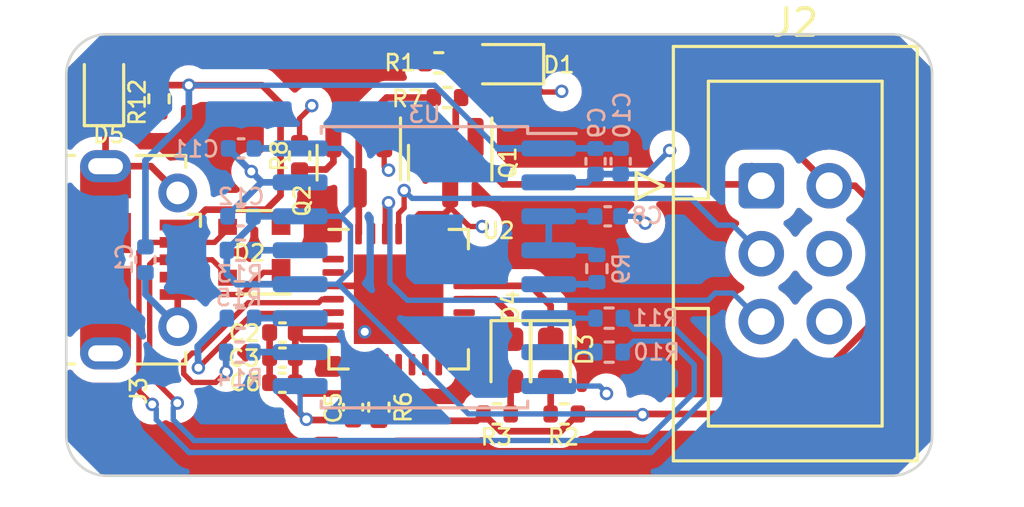
<source format=kicad_pcb>
(kicad_pcb (version 20240108) (generator "pcbnew") (generator_version "8.0")
  (layers (0 "F.Cu" signal) (1 "In1.Cu" signal) (2 "In2.Cu" signal) (31 "B.Cu" signal) (34 "B.Paste" user) (35 "F.Paste" user) (36 "B.SilkS" user "B.Silkscreen") (37 "F.SilkS" user "F.Silkscreen") (38 "B.Mask" user) (39 "F.Mask" user) (44 "Edge.Cuts" user))
  (net 0 "")
  (net 1 "GND")
  (net 2 "VOUT")
  (net 3 "Net-(D1-A)")
  (net 4 "GND_USB")
  (net 5 "VDD1")
  (net 6 "TXT")
  (net 7 "Net-(D3-A)")
  (net 8 "RXT")
  (net 9 "Net-(D4-A)")
  (net 10 "V_USB")
  (net 11 "ESP_EN")
  (net 12 "RXD")
  (net 13 "TXD")
  (net 14 "ESP_IO0_B")
  (net 15 "Net-(Q1-B)")
  (net 16 "RTS")
  (net 17 "Net-(Q2-B)")
  (net 18 "DTR")
  (net 19 "Net-(U2-~{RST})")
  (net 35 "D-")
  (net 36 "D+")
  (net 37 "Net-(D5-A)")
  (net 39 "SPU")
  (net 40 "UD+")
  (net 41 "UD-")
  (net 42 "SPD")
  (net 43 "CP_D+")
  (net 44 "Net-(U3-DD+)")
  (net 45 "CP_D-")
  (net 46 "Net-(U3-DD-)")
  (footprint "Capacitor_SMD:C_0402_1005Metric" (layer "F.Cu") (at 153.5128 103.355 -90)
    (property "Reference" "C5" (at 0.0254 0.7366 90) (layer "F.SilkS") (effects (font (size 0.6 0.6) (thickness 0.1) (bold yes))))
    (property "Value" "4.7uf")
    (pad "1" smd roundrect (at -0.48 0 270) (size 0.56 0.62) (layers "F.Cu" "F.Paste" "F.Mask") (net 2 "VOUT"))
    (pad "2" smd roundrect (at 0.48 0 270) (size 0.56 0.62) (layers "F.Cu" "F.Paste" "F.Mask") (net 1 "GND"))
  )
  (footprint "Capacitor_SMD:C_0402_1005Metric" (layer "F.Cu") (at 150.8712 100.561 180)
    (property "Reference" "C2" (at 1.4224 -0.0254 0) (layer "F.SilkS") (effects (font (size 0.6 0.6) (thickness 0.1) (bold yes))))
    (property "Value" "4.7uf")
    (pad "1" smd roundrect (at -0.48 0 180) (size 0.56 0.62) (layers "F.Cu" "F.Paste" "F.Mask") (net 2 "VOUT"))
    (pad "2" smd roundrect (at 0.48 0 180) (size 0.56 0.62) (layers "F.Cu" "F.Paste" "F.Mask") (net 1 "GND"))
  )
  (footprint "Capacitor_SMD:C_0402_1005Metric" (layer "F.Cu") (at 150.8712 101.5008 180)
    (property "Reference" "C3" (at 1.4478 -0.0254 0) (layer "F.SilkS") (effects (font (size 0.6 0.6) (thickness 0.1) (bold yes))))
    (property "Value" "0.1uf")
    (pad "1" smd roundrect (at -0.48 0 180) (size 0.56 0.62) (layers "F.Cu" "F.Paste" "F.Mask") (net 2 "VOUT"))
    (pad "2" smd roundrect (at 0.48 0 180) (size 0.56 0.62) (layers "F.Cu" "F.Paste" "F.Mask") (net 1 "GND"))
  )
  (footprint "Package_TO_SOT_SMD:SOT-23" (layer "F.Cu") (at 157.145 94.211 -90)
    (property "Reference" "Q1" (at 0 -2.159 90) (layer "F.SilkS") (effects (font (size 0.6 0.6) (thickness 0.1) (bold yes))))
    (property "Value" "SS8050")
    (pad "1" smd roundrect (at -0.9375 -0.95 270) (size 1.475 0.6) (layers "F.Cu" "F.Paste" "F.Mask") (net 11 "ESP_EN"))
    (pad "2" smd roundrect (at -0.9375 0.95 270) (size 1.475 0.6) (layers "F.Cu" "F.Paste" "F.Mask") (net 15 "Net-(Q1-B)"))
    (pad "3" smd roundrect (at 0.9375 0 270) (size 1.475 0.6) (layers "F.Cu" "F.Paste" "F.Mask") (net 16 "RTS"))
  )
  (footprint "Resistor_SMD:R_0402_1005Metric" (layer "F.Cu") (at 156.718 90.4748 180)
    (property "Reference" "R1" (at 1.4478 0 0) (layer "F.SilkS") (effects (font (size 0.6 0.6) (thickness 0.1) (bold yes))))
    (property "Value" "2.2k")
    (pad "1" smd roundrect (at -0.51 0 180) (size 0.54 0.64) (layers "F.Cu" "F.Paste" "F.Mask") (net 3 "Net-(D1-A)"))
    (pad "2" smd roundrect (at 0.51 0 180) (size 0.54 0.64) (layers "F.Cu" "F.Paste" "F.Mask") (net 2 "VOUT"))
  )
  (footprint "Resistor_SMD:R_0402_1005Metric" (layer "F.Cu") (at 157.0434 91.7726)
    (property "Reference" "R7" (at -1.4938 0.0484 0) (layer "F.SilkS") (effects (font (size 0.6 0.6) (thickness 0.1) (bold yes))))
    (property "Value" "10k")
    (pad "1" smd roundrect (at -0.51 0) (size 0.54 0.64) (layers "F.Cu" "F.Paste" "F.Mask") (net 18 "DTR"))
    (pad "2" smd roundrect (at 0.51 0) (size 0.54 0.64) (layers "F.Cu" "F.Paste" "F.Mask") (net 15 "Net-(Q1-B)"))
  )
  (footprint "LED_SMD:LED_0603_1608Metric" (layer "F.Cu") (at 160.9042 101.6024 -90)
    (property "Reference" "D3" (at -0.4064 -1.27 90) (layer "F.SilkS") (effects (font (size 0.6 0.6) (thickness 0.1) (bold yes))))
    (property "Value" "LED")
    (pad "1" smd roundrect (at -0.7875 0 270) (size 0.875 0.95) (layers "F.Cu" "F.Paste" "F.Mask") (net 6 "TXT"))
    (pad "2" smd roundrect (at 0.7875 0 270) (size 0.875 0.95) (layers "F.Cu" "F.Paste" "F.Mask") (net 7 "Net-(D3-A)"))
  )
  (footprint "Capacitor_SMD:C_0402_1005Metric" (layer "F.Cu") (at 150.8686 102.4406 180)
    (property "Reference" "C6" (at 1.397 0 0) (layer "F.SilkS") (effects (font (size 0.6 0.6) (thickness 0.1) (bold yes))))
    (property "Value" "0.1uf")
    (pad "1" smd roundrect (at -0.48 0 180) (size 0.56 0.62) (layers "F.Cu" "F.Paste" "F.Mask") (net 2 "VOUT"))
    (pad "2" smd roundrect (at 0.48 0 180) (size 0.56 0.62) (layers "F.Cu" "F.Paste" "F.Mask") (net 1 "GND"))
  )
  (footprint "Resistor_SMD:R_0402_1005Metric" (layer "F.Cu") (at 151.511 93.9546 -90)
    (property "Reference" "R8" (at 0 0.762 90) (layer "F.SilkS") (effects (font (size 0.6 0.6) (thickness 0.1) (bold yes))))
    (property "Value" "10k")
    (pad "1" smd roundrect (at -0.51 0 270) (size 0.54 0.64) (layers "F.Cu" "F.Paste" "F.Mask") (net 16 "RTS"))
    (pad "2" smd roundrect (at 0.51 0 270) (size 0.54 0.64) (layers "F.Cu" "F.Paste" "F.Mask") (net 17 "Net-(Q2-B)"))
  )
  (footprint "Package_DFN_QFN:QFN-28-1EP_5x5mm_P0.5mm_EP3.35x3.35mm" (layer "F.Cu") (at 155.217 99.3164)
    (property "Reference" "U2" (at 3.7362 -2.5678 0) (layer "F.SilkS") (effects (font (size 0.6 0.6) (thickness 0.1) (bold yes))))
    (property "Value" "CP2102N-Axx-xQFN28")
    (pad "1" smd roundrect (at -2.45 -1.5) (size 0.8 0.25) (layers "F.Cu" "F.Paste" "F.Mask"))
    (pad "2" smd roundrect (at -2.45 -1) (size 0.8 0.25) (layers "F.Cu" "F.Paste" "F.Mask"))
    (pad "3" smd roundrect (at -2.45 -0.5) (size 0.8 0.25) (layers "F.Cu" "F.Paste" "F.Mask") (net 1 "GND"))
    (pad "4" smd roundrect (at -2.45 0) (size 0.8 0.25) (layers "F.Cu" "F.Paste" "F.Mask") (net 43 "CP_D+"))
    (pad "5" smd roundrect (at -2.45 0.5) (size 0.8 0.25) (layers "F.Cu" "F.Paste" "F.Mask") (net 45 "CP_D-"))
    (pad "6" smd roundrect (at -2.45 1) (size 0.8 0.25) (layers "F.Cu" "F.Paste" "F.Mask") (net 2 "VOUT"))
    (pad "7" smd roundrect (at -2.45 1.5) (size 0.8 0.25) (layers "F.Cu" "F.Paste" "F.Mask") (net 2 "VOUT"))
    (pad "8" smd roundrect (at -1.5 2.45) (size 0.25 0.8) (layers "F.Cu" "F.Paste" "F.Mask") (net 2 "VOUT"))
    (pad "9" smd roundrect (at -1 2.45) (size 0.25 0.8) (layers "F.Cu" "F.Paste" "F.Mask") (net 19 "Net-(U2-~{RST})"))
    (pad "10" smd roundrect (at -0.5 2.45) (size 0.25 0.8) (layers "F.Cu" "F.Paste" "F.Mask"))
    (pad "11" smd roundrect (at 0 2.45) (size 0.25 0.8) (layers "F.Cu" "F.Paste" "F.Mask"))
    (pad "12" smd roundrect (at 0.5 2.45) (size 0.25 0.8) (layers "F.Cu" "F.Paste" "F.Mask"))
    (pad "13" smd roundrect (at 1 2.45) (size 0.25 0.8) (layers "F.Cu" "F.Paste" "F.Mask"))
    (pad "14" smd roundrect (at 1.5 2.45) (size 0.25 0.8) (layers "F.Cu" "F.Paste" "F.Mask"))
    (pad "15" smd roundrect (at 2.45 1.5) (size 0.8 0.25) (layers "F.Cu" "F.Paste" "F.Mask"))
    (pad "16" smd roundrect (at 2.45 1) (size 0.8 0.25) (layers "F.Cu" "F.Paste" "F.Mask"))
    (pad "17" smd roundrect (at 2.45 0.5) (size 0.8 0.25) (layers "F.Cu" "F.Paste" "F.Mask"))
    (pad "18" smd roundrect (at 2.45 0) (size 0.8 0.25) (layers "F.Cu" "F.Paste" "F.Mask") (net 8 "RXT"))
    (pad "19" smd roundrect (at 2.45 -0.5) (size 0.8 0.25) (layers "F.Cu" "F.Paste" "F.Mask") (net 6 "TXT"))
    (pad "20" smd roundrect (at 2.45 -1) (size 0.8 0.25) (layers "F.Cu" "F.Paste" "F.Mask"))
    (pad "21" smd roundrect (at 2.45 -1.5) (size 0.8 0.25) (layers "F.Cu" "F.Paste" "F.Mask"))
    (pad "22" smd roundrect (at 1.5 -2.45) (size 0.25 0.8) (layers "F.Cu" "F.Paste" "F.Mask"))
    (pad "23" smd roundrect (at 1 -2.45) (size 0.25 0.8) (layers "F.Cu" "F.Paste" "F.Mask"))
    (pad "24" smd roundrect (at 0.5 -2.45) (size 0.25 0.8) (layers "F.Cu" "F.Paste" "F.Mask") (net 16 "RTS"))
    (pad "25" smd roundrect (at 0 -2.45) (size 0.25 0.8) (layers "F.Cu" "F.Paste" "F.Mask") (net 12 "RXD"))
    (pad "26" smd roundrect (at -0.5 -2.45) (size 0.25 0.8) (layers "F.Cu" "F.Paste" "F.Mask") (net 13 "TXD"))
    (pad "27" smd roundrect (at -1 -2.45) (size 0.25 0.8) (layers "F.Cu" "F.Paste" "F.Mask"))
    (pad "28" smd roundrect (at -1.5 -2.45) (size 0.25 0.8) (layers "F.Cu" "F.Paste" "F.Mask") (net 18 "DTR"))
    (pad "29" smd rect (at 0 0) (size 3.35 3.35) (layers "F.Cu" "F.Mask") (net 1 "GND"))
  )
  (footprint "Resistor_SMD:R_0402_1005Metric" (layer "F.Cu") (at 154.478 103.355 90)
    (property "Reference" "R6" (at 0 0.9144 90) (layer "F.SilkS") (effects (font (size 0.6 0.6) (thickness 0.1) (bold yes))))
    (property "Value" "1K")
    (pad "1" smd roundrect (at -0.51 0 90) (size 0.54 0.64) (layers "F.Cu" "F.Paste" "F.Mask") (net 2 "VOUT"))
    (pad "2" smd roundrect (at 0.51 0 90) (size 0.54 0.64) (layers "F.Cu" "F.Paste" "F.Mask") (net 19 "Net-(U2-~{RST})"))
  )
  (footprint "LED_SMD:LED_0603_1608Metric" (layer "F.Cu") (at 159.1564 90.5256 180)
    (property "Reference" "D1" (at -2.0574 -0.0254 0) (layer "F.SilkS") (effects (font (size 0.6 0.6) (thickness 0.1) (bold yes))))
    (property "Value" "LED")
    (pad "1" smd roundrect (at -0.7875 0 180) (size 0.875 0.95) (layers "F.Cu" "F.Paste" "F.Mask") (net 1 "GND"))
    (pad "2" smd roundrect (at 0.7875 0 180) (size 0.875 0.95) (layers "F.Cu" "F.Paste" "F.Mask") (net 3 "Net-(D1-A)"))
  )
  (footprint "Resistor_SMD:R_0402_1005Metric" (layer "F.Cu") (at 158.8996 103.609 180)
    (property "Reference" "R3" (at 0.0274 -0.8636 0) (layer "F.SilkS") (effects (font (size 0.6 0.6) (thickness 0.1) (bold yes))))
    (property "Value" "2.2k")
    (pad "1" smd roundrect (at -0.51 0 180) (size 0.54 0.64) (layers "F.Cu" "F.Paste" "F.Mask") (net 9 "Net-(D4-A)"))
    (pad "2" smd roundrect (at 0.51 0 180) (size 0.54 0.64) (layers "F.Cu" "F.Paste" "F.Mask") (net 2 "VOUT"))
  )
  (footprint "Package_TO_SOT_SMD:SOT-143" (layer "F.Cu") (at 149.8186 97.5614 180)
    (property "Reference" "D2" (at 0.1778 -0.0254 0) (layer "F.SilkS") (effects (font (size 0.6 0.6) (thickness 0.1) (bold yes))))
    (property "Value" "SP0503BAHT")
    (pad "1" smd rect (at -1 -0.75 180) (size 0.7 1) (layers "F.Cu" "F.Paste" "F.Mask") (net 4 "GND_USB"))
    (pad "2" smd rect (at -1 0.95 180) (size 0.7 0.6) (layers "F.Cu" "F.Paste" "F.Mask") (net 10 "V_USB"))
    (pad "3" smd rect (at 1 0.95 180) (size 0.7 0.6) (layers "F.Cu" "F.Paste" "F.Mask") (net 35 "D-"))
    (pad "4" smd rect (at 1 -0.95 180) (size 0.7 0.6) (layers "F.Cu" "F.Paste" "F.Mask") (net 36 "D+"))
  )
  (footprint "Connector_IDC:IDC-Header_2x03_P2.54mm_Vertical" (layer "F.Cu") (at 168.783 95.0722)
    (property "Reference" "J2" (at 1.27 -6.1 0) (layer "F.SilkS"))
    (property "Value" "Conn_02x03_Odd_Even")
    (pad "1" thru_hole roundrect (at 0 0) (size 1.7 1.7) (drill 1) (layers "*.Cu" "*.Mask") (roundrect_rratio 0.1470588235) (net 11 "ESP_EN"))
    (pad "2" thru_hole circle (at 2.54 0) (size 1.7 1.7) (drill 1) (layers "*.Cu" "*.Mask") (net 2 "VOUT"))
    (pad "3" thru_hole circle (at 0 2.54) (size 1.7 1.7) (drill 1) (layers "*.Cu" "*.Mask") (net 12 "RXD"))
    (pad "4" thru_hole circle (at 2.54 2.54) (size 1.7 1.7) (drill 1) (layers "*.Cu" "*.Mask") (net 1 "GND"))
    (pad "5" thru_hole circle (at 0 5.08) (size 1.7 1.7) (drill 1) (layers "*.Cu" "*.Mask") (net 13 "TXD"))
    (pad "6" thru_hole circle (at 2.54 5.08) (size 1.7 1.7) (drill 1) (layers "*.Cu" "*.Mask") (net 14 "ESP_IO0_B"))
  )
  (footprint "Resistor_SMD:R_0402_1005Metric" (layer "F.Cu") (at 146.2532 91.819 -90)
    (property "Reference" "R12" (at 0.131 0.8128 90) (layer "F.SilkS") (effects (font (size 0.6 0.6) (thickness 0.1) (bold yes))))
    (property "Value" "2.2k")
    (pad "1" smd roundrect (at -0.51 0 270) (size 0.54 0.64) (layers "F.Cu" "F.Paste" "F.Mask") (net 10 "V_USB"))
    (pad "2" smd roundrect (at 0.51 0 270) (size 0.54 0.64) (layers "F.Cu" "F.Paste" "F.Mask") (net 37 "Net-(D5-A)"))
  )
  (footprint "LED_SMD:LED_0603_1608Metric" (layer "F.Cu") (at 159.4056 101.6024 -90)
    (property "Reference" "D4" (at -2.032 0 90) (layer "F.SilkS") (effects (font (size 0.6 0.6) (thickness 0.1) (bold yes))))
    (property "Value" "LED")
    (pad "1" smd roundrect (at -0.7875 0 270) (size 0.875 0.95) (layers "F.Cu" "F.Paste" "F.Mask") (net 8 "RXT"))
    (pad "2" smd roundrect (at 0.7875 0 270) (size 0.875 0.95) (layers "F.Cu" "F.Paste" "F.Mask") (net 9 "Net-(D4-A)"))
  )
  (footprint "LED_SMD:LED_0603_1608Metric" (layer "F.Cu") (at 144.1958 91.3383 90)
    (property "Reference" "D5" (at -1.8288 0.1778 0) (layer "F.SilkS") (effects (font (size 0.6 0.6) (thickness 0.1) (bold yes))))
    (property "Value" "LED")
    (pad "1" smd roundrect (at -0.7875 0 90) (size 0.875 0.95) (layers "F.Cu" "F.Paste" "F.Mask") (net 4 "GND_USB"))
    (pad "2" smd roundrect (at 0.7875 0 90) (size 0.875 0.95) (layers "F.Cu" "F.Paste" "F.Mask") (net 37 "Net-(D5-A)"))
  )
  (footprint "Package_TO_SOT_SMD:SOT-23" (layer "F.Cu") (at 153.7262 94.2087 -90)
    (property "Reference" "Q2" (at 1.4247 2.1184 90) (layer "F.SilkS") (effects (font (size 0.6 0.6) (thickness 0.1) (bold yes))))
    (property "Value" "SS8050")
    (pad "1" smd roundrect (at -0.9375 -0.95 270) (size 1.475 0.6) (layers "F.Cu" "F.Paste" "F.Mask") (net 14 "ESP_IO0_B"))
    (pad "2" smd roundrect (at -0.9375 0.95 270) (size 1.475 0.6) (layers "F.Cu" "F.Paste" "F.Mask") (net 17 "Net-(Q2-B)"))
    (pad "3" smd roundrect (at 0.9375 0 270) (size 1.475 0.6) (layers "F.Cu" "F.Paste" "F.Mask") (net 18 "DTR"))
  )
  (footprint "Connector_USB:USB_Micro-B_Molex-105017-0001" (layer "F.Cu") (at 145.4912 97.8408 -90)
    (property "Reference" "J3" (at 4.9022 0 90) (layer "F.SilkS") (effects (font (size 0.6 0.6) (thickness 0.1) (bold yes))))
    (property "Value" "USB_B_Micro")
    (pad "1" smd rect (at -1.3 -1.4625 270) (size 0.4 1.35) (layers "F.Cu" "F.Paste" "F.Mask") (net 10 "V_USB"))
    (pad "2" smd rect (at -0.65 -1.4625 270) (size 0.4 1.35) (layers "F.Cu" "F.Paste" "F.Mask") (net 35 "D-"))
    (pad "3" smd rect (at 0 -1.4625 270) (size 0.4 1.35) (layers "F.Cu" "F.Paste" "F.Mask") (net 36 "D+"))
    (pad "4" smd rect (at 0.65 -1.4625 270) (size 0.4 1.35) (layers "F.Cu" "F.Paste" "F.Mask"))
    (pad "5" smd rect (at 1.3 -1.4625 270) (size 0.4 1.35) (layers "F.Cu" "F.Paste" "F.Mask") (net 4 "GND_USB"))
    (pad "6" thru_hole oval (at -3.5 1.2375 90) (size 1.2 1.9) (drill oval 0.6 1.3) (layers "*.Cu" "*.Mask") (net 4 "GND_USB"))
    (pad "6" smd rect (at -2.9 1.2375 270) (size 1.2 1.9) (layers "F.Cu" "F.Mask") (net 4 "GND_USB"))
    (pad "6" thru_hole circle (at -2.5 -1.4625 270) (size 1.45 1.45) (drill 0.85) (layers "*.Cu" "*.Mask") (net 4 "GND_USB"))
    (pad "6" smd rect (at -1 1.2375 270) (size 1.5 1.9) (layers "F.Cu" "F.Paste" "F.Mask") (net 4 "GND_USB"))
    (pad "6" smd rect (at 1 1.2375 270) (size 1.5 1.9) (layers "F.Cu" "F.Paste" "F.Mask") (net 4 "GND_USB"))
    (pad "6" thru_hole circle (at 2.5 -1.4625 270) (size 1.45 1.45) (drill 0.85) (layers "*.Cu" "*.Mask") (net 4 "GND_USB"))
    (pad "6" smd rect (at 2.9 1.2375 270) (size 1.2 1.9) (layers "F.Cu" "F.Mask") (net 4 "GND_USB"))
    (pad "6" thru_hole oval (at 3.5 1.2375 270) (size 1.2 1.9) (drill oval 0.6 1.3) (layers "*.Cu" "*.Mask") (net 4 "GND_USB"))
  )
  (footprint "Resistor_SMD:R_0402_1005Metric" (layer "F.Cu") (at 161.4122 103.609)
    (property "Reference" "R2" (at -0.0254 0.8636 0) (layer "F.SilkS") (effects (font (size 0.6 0.6) (thickness 0.1) (bold yes))))
    (property "Value" "2.2k")
    (pad "1" smd roundrect (at -0.51 0) (size 0.54 0.64) (layers "F.Cu" "F.Paste" "F.Mask") (net 7 "Net-(D3-A)"))
    (pad "2" smd roundrect (at 0.51 0) (size 0.54 0.64) (layers "F.Cu" "F.Paste" "F.Mask") (net 2 "VOUT"))
  )
  (footprint "Resistor_SMD:R_0402_1005Metric" (layer "B.Cu") (at 163.0898 100.0252)
    (property "Reference" "R11" (at 1.7272 0 0) (layer "B.SilkS") (effects (font (size 0.6 0.6) (thickness 0.1) (bold yes)) (justify mirror)))
    (property "Value" "24E")
    (pad "1" smd roundrect (at -0.51 0) (size 0.54 0.64) (layers "B.Cu" "B.Paste" "B.Mask") (net 41 "UD-"))
    (pad "2" smd roundrect (at 0.51 0) (size 0.54 0.64) (layers "B.Cu" "B.Paste" "B.Mask") (net 35 "D-"))
  )
  (footprint "Capacitor_SMD:C_0402_1005Metric" (layer "B.Cu") (at 163.5216 94.1552 90)
    (property "Reference" "C10" (at 1.7246 0.0508 -90) (layer "B.SilkS") (effects (font (size 0.6 0.6) (thickness 0.1) (bold yes)) (justify mirror)))
    (property "Value" "10uf")
    (pad "1" smd roundrect (at -0.48 0 90) (size 0.56 0.62) (layers "B.Cu" "B.Paste" "B.Mask") (net 4 "GND_USB"))
    (pad "2" smd roundrect (at 0.48 0 90) (size 0.56 0.62) (layers "B.Cu" "B.Paste" "B.Mask") (net 10 "V_USB"))
  )
  (footprint "Capacitor_SMD:C_0402_1005Metric" (layer "B.Cu") (at 149.3012 96.2152 180)
    (property "Reference" "C12" (at -0.0254 0.7366 0) (layer "B.SilkS") (effects (font (size 0.6 0.6) (thickness 0.1) (bold yes)) (justify mirror)))
    (property "Value" "0.1uf")
    (pad "1" smd roundrect (at -0.48 0 180) (size 0.56 0.62) (layers "B.Cu" "B.Paste" "B.Mask") (net 2 "VOUT"))
    (pad "2" smd roundrect (at 0.48 0 180) (size 0.56 0.62) (layers "B.Cu" "B.Paste" "B.Mask") (net 1 "GND"))
  )
  (footprint "Capacitor_SMD:C_0402_1005Metric" (layer "B.Cu") (at 163.039 96.2152)
    (property "Reference" "C8" (at 1.4732 -0.0254 0) (layer "B.SilkS") (effects (font (size 0.6 0.6) (thickness 0.1) (bold yes)) (justify mirror)))
    (property "Value" "0.1uf")
    (pad "1" smd roundrect (at -0.48 0) (size 0.56 0.62) (layers "B.Cu" "B.Paste" "B.Mask") (net 5 "VDD1"))
    (pad "2" smd roundrect (at 0.48 0) (size 0.56 0.62) (layers "B.Cu" "B.Paste" "B.Mask") (net 4 "GND_USB"))
  )
  (footprint "Capacitor_SMD:C_0402_1005Metric" (layer "B.Cu") (at 162.5818 94.1578 90)
    (property "Reference" "C9" (at 1.4478 0.0508 90) (layer "B.SilkS") (effects (font (size 0.6 0.6) (thickness 0.1) (bold yes)) (justify mirror)))
    (property "Value" "0.1uf")
    (pad "1" smd roundrect (at -0.48 0 90) (size 0.56 0.62) (layers "B.Cu" "B.Paste" "B.Mask") (net 4 "GND_USB"))
    (pad "2" smd roundrect (at 0.48 0 90) (size 0.56 0.62) (layers "B.Cu" "B.Paste" "B.Mask") (net 10 "V_USB"))
  )
  (footprint "Capacitor_SMD:C_0402_1005Metric" (layer "B.Cu") (at 145.7452 97.8408 -90)
    (property "Reference" "C1" (at -0.0254 0.7874 90) (layer "B.SilkS") (effects (font (size 0.6 0.6) (thickness 0.1) (bold yes)) (justify mirror)))
    (property "Value" "0.1uf")
    (pad "1" smd roundrect (at -0.48 0 270) (size 0.56 0.62) (layers "B.Cu" "B.Paste" "B.Mask") (net 10 "V_USB"))
    (pad "2" smd roundrect (at 0.48 0 270) (size 0.56 0.62) (layers "B.Cu" "B.Paste" "B.Mask") (net 4 "GND_USB"))
  )
  (footprint "Capacitor_SMD:C_0402_1005Metric" (layer "B.Cu") (at 149.3256 93.6752 180)
    (property "Reference" "C11" (at 1.7018 -0.0254 0) (layer "B.SilkS") (effects (font (size 0.6 0.6) (thickness 0.1) (bold yes)) (justify mirror)))
    (property "Value" "0.1uf")
    (pad "1" smd roundrect (at -0.48 0 180) (size 0.56 0.62) (layers "B.Cu" "B.Paste" "B.Mask") (net 2 "VOUT"))
    (pad "2" smd roundrect (at 0.48 0 180) (size 0.56 0.62) (layers "B.Cu" "B.Paste" "B.Mask") (net 1 "GND"))
  )
  (footprint "Resistor_SMD:R_0402_1005Metric" (layer "B.Cu") (at 162.6326 98.171 -90)
    (property "Reference" "R9" (at 0 -0.9144 90) (layer "B.SilkS") (effects (font (size 0.6 0.6) (thickness 0.1) (bold yes)) (justify mirror)))
    (property "Value" "0R")
    (pad "1" smd roundrect (at -0.51 0 270) (size 0.54 0.64) (layers "B.Cu" "B.Paste" "B.Mask") (net 5 "VDD1"))
    (pad "2" smd roundrect (at 0.51 0 270) (size 0.54 0.64) (layers "B.Cu" "B.Paste" "B.Mask") (net 39 "SPU"))
  )
  (footprint "Package_SO:SOIC-16W_7.5x10.3mm_P1.27mm" (layer "B.Cu") (at 156.1828 98.1202 180)
    (property "Reference" "U3" (at -0.0018 5.715 0) (layer "B.SilkS") (effects (font (size 0.6 0.6) (thickness 0.1) (bold yes)) (justify mirror)))
    (property "Value" "ADUM4160")
    (pad "1" smd roundrect (at -4.65 4.445 180) (size 2.05 0.6) (layers "B.Cu" "B.Paste" "B.Mask") (net 10 "V_USB"))
    (pad "2" smd roundrect (at -4.65 3.175 180) (size 2.05 0.6) (layers "B.Cu" "B.Paste" "B.Mask") (net 4 "GND_USB"))
    (pad "3" smd roundrect (at -4.65 1.905 180) (size 2.05 0.6) (layers "B.Cu" "B.Paste" "B.Mask") (net 5 "VDD1"))
    (pad "4" smd roundrect (at -4.65 0.635 180) (size 2.05 0.6) (layers "B.Cu" "B.Paste" "B.Mask") (net 5 "VDD1"))
    (pad "5" smd roundrect (at -4.65 -0.635 180) (size 2.05 0.6) (layers "B.Cu" "B.Paste" "B.Mask") (net 39 "SPU"))
    (pad "6" smd roundrect (at -4.65 -1.905 180) (size 2.05 0.6) (layers "B.Cu" "B.Paste" "B.Mask") (net 41 "UD-"))
    (pad "7" smd roundrect (at -4.65 -3.175 180) (size 2.05 0.6) (layers "B.Cu" "B.Paste" "B.Mask") (net 40 "UD+"))
    (pad "8" smd roundrect (at -4.65 -4.445 180) (size 2.05 0.6) (layers "B.Cu" "B.Paste" "B.Mask") (net 4 "GND_USB"))
    (pad "9" smd roundrect (at 4.65 -4.445 180) (size 2.05 0.6) (layers "B.Cu" "B.Paste" "B.Mask") (net 1 "GND"))
    (pad "10" smd roundrect (at 4.65 -3.175 180) (size 2.05 0.6) (layers "B.Cu" "B.Paste" "B.Mask") (net 44 "Net-(U3-DD+)"))
    (pad "11" smd roundrect (at 4.65 -1.905 180) (size 2.05 0.6) (layers "B.Cu" "B.Paste" "B.Mask") (net 46 "Net-(U3-DD-)"))
    (pad "12" smd roundrect (at 4.65 -0.635 180) (size 2.05 0.6) (layers "B.Cu" "B.Paste" "B.Mask") (net 2 "VOUT"))
    (pad "13" smd roundrect (at 4.65 0.635 180) (size 2.05 0.6) (layers "B.Cu" "B.Paste" "B.Mask") (net 42 "SPD"))
    (pad "14" smd roundrect (at 4.65 1.905 180) (size 2.05 0.6) (layers "B.Cu" "B.Paste" "B.Mask") (net 2 "VOUT"))
    (pad "15" smd roundrect (at 4.65 3.175 180) (size 2.05 0.6) (layers "B.Cu" "B.Paste" "B.Mask") (net 1 "GND"))
    (pad "16" smd roundrect (at 4.65 4.445 180) (size 2.05 0.6) (layers "B.Cu" "B.Paste" "B.Mask") (net 2 "VOUT"))
  )
  (footprint "Resistor_SMD:R_0402_1005Metric" (layer "B.Cu") (at 163.0898 101.2952)
    (property "Reference" "R10" (at 1.778 0 0) (layer "B.SilkS") (effects (font (size 0.6 0.6) (thickness 0.1) (bold yes)) (justify mirror)))
    (property "Value" "24E")
    (pad "1" smd roundrect (at -0.51 0) (size 0.54 0.64) (layers "B.Cu" "B.Paste" "B.Mask") (net 40 "UD+"))
    (pad "2" smd roundrect (at 0.51 0) (size 0.54 0.64) (layers "B.Cu" "B.Paste" "B.Mask") (net 36 "D+"))
  )
  (footprint "Resistor_SMD:R_0402_1005Metric" (layer "B.Cu") (at 149.2742 101.2952)
    (property "Reference" "R14" (at 0 0.9652 0) (layer "B.SilkS") (effects (font (size 0.6 0.6) (thickness 0.1) (bold yes)) (justify mirror)))
    (property "Value" "24E")
    (pad "1" smd roundrect (at -0.51 0) (size 0.54 0.64) (layers "B.Cu" "B.Paste" "B.Mask") (net 43 "CP_D+"))
    (pad "2" smd roundrect (at 0.51 0) (size 0.54 0.64) (layers "B.Cu" "B.Paste" "B.Mask") (net 44 "Net-(U3-DD+)"))
  )
  (footprint "Resistor_SMD:R_0402_1005Metric" (layer "B.Cu") (at 149.2996 100.0252)
    (property "Reference" "R15" (at -0.0492 -0.762 0) (layer "B.SilkS") (effects (font (size 0.6 0.6) (thickness 0.1) (bold yes)) (justify mirror)))
    (property "Value" "24E")
    (pad "1" smd roundrect (at -0.51 0) (size 0.54 0.64) (layers "B.Cu" "B.Paste" "B.Mask") (net 45 "CP_D-"))
    (pad "2" smd roundrect (at 0.51 0) (size 0.54 0.64) (layers "B.Cu" "B.Paste" "B.Mask") (net 46 "Net-(U3-DD-)"))
  )
  (footprint "Resistor_SMD:R_0402_1005Metric" (layer "B.Cu") (at 149.3012 97.4852)
    (property "Reference" "R13" (at -0.0254 0.889 0) (layer "B.SilkS") (effects (font (size 0.6 0.6) (thickness 0.1) (bold yes)) (justify mirror)))
    (property "Value" "0R")
    (pad "1" smd roundrect (at -0.51 0) (size 0.54 0.64) (layers "B.Cu" "B.Paste" "B.Mask") (net 2 "VOUT"))
    (pad "2" smd roundrect (at 0.51 0) (size 0.54 0.64) (layers "B.Cu" "B.Paste" "B.Mask") (net 42 "SPD"))
  )
  (gr_arc (start 175.172969 104.394) (mid 174.726598 105.47162) (end 173.648969 105.918) (stroke (width 0.1)) (layer "Edge.Cuts"))
  (gr_arc (start 144.308231 105.918) (mid 143.23058 105.471642) (end 142.784231 104.394) (stroke (width 0.1)) (layer "Edge.Cuts"))
  (gr_line (start 142.784231 104.394) (end 142.784231 90.932) (stroke (width 0.1)) (layer "Edge.Cuts"))
  (gr_line (start 145.7706 89.408) (end 144.308231 89.408) (stroke (width 0.1)) (layer "Edge.Cuts"))
  (gr_line (start 175.172969 90.932) (end 175.172969 104.394) (stroke (width 0.1)) (layer "Edge.Cuts"))
  (gr_arc (start 142.784231 90.932) (mid 143.230602 89.85438) (end 144.308231 89.408) (stroke (width 0.1)) (layer "Edge.Cuts"))
  (gr_line (start 144.308231 105.918) (end 173.648969 105.918) (stroke (width 0.1)) (layer "Edge.Cuts"))
  (gr_arc (start 173.648969 89.408) (mid 174.72662 89.854358) (end 175.172969 90.932) (stroke (width 0.1)) (layer "Edge.Cuts"))
  (gr_line (start 173.648969 89.408) (end 145.7706 89.408) (stroke (width 0.1)) (layer "Edge.Cuts"))
  (segment (start 161.29 91.567) (end 161.3154 91.5416) (width 0.2) (layer "F.Cu") (net 1))
  (segment (start 152.767 98.8164) (end 154.717 98.8164) (width 0.25) (layer "F.Cu") (net 1))
  (segment (start 151.765 103.8098) (end 151.765 103.824609) (width 0.25) (layer "F.Cu") (net 1))
  (segment (start 150.3886 102.448209) (end 151.750191 103.8098) (width 0.25) (layer "F.Cu") (net 1))
  (segment (start 160.5788 91.567) (end 161.29 91.567) (width 0.2) (layer "F.Cu") (net 1))
  (segment (start 151.775391 103.835) (end 153.5128 103.835) (width 0.25) (layer "F.Cu") (net 1))
  (segment (start 150.3912 102.438) (end 150.3886 102.4406) (width 0.25) (layer "F.Cu") (net 1))
  (segment (start 151.765 103.824609) (end 151.775391 103.835) (width 0.25) (layer "F.Cu") (net 1))
  (segment (start 159.9439 90.9321) (end 160.5026 91.4908) (width 0.2) (layer "F.Cu") (net 1))
  (segment (start 161.3408 91.567) (end 161.3916 91.567) (width 0.2) (layer "F.Cu") (net 1))
  (segment (start 159.9439 90.5256) (end 159.9439 90.9321) (width 0.2) (layer "F.Cu") (net 1))
  (segment (start 151.750191 103.8098) (end 151.765 103.8098) (width 0.25) (layer "F.Cu") (net 1))
  (segment (start 150.3886 102.4406) (end 150.3886 102.448209) (width 0.25) (layer "F.Cu") (net 1))
  (segment (start 160.5026 91.4908) (end 160.5788 91.567) (width 0.2) (layer "F.Cu") (net 1))
  (segment (start 161.3154 91.5416) (end 161.3408 91.567) (width 0.2) (layer "F.Cu") (net 1))
  (segment (start 154.717 98.8164) (end 155.217 99.3164) (width 0.25) (layer "F.Cu") (net 1))
  (segment (start 150.3912 100.561) (end 150.3912 102.438) (width 0.25) (layer "F.Cu") (net 1))
  (via (at 161.3154 91.5416) (size 0.5) (drill 0.3) (layers "F.Cu" "B.Cu") (net 1))
  (via (at 153.9494 100.5332) (size 0.5) (drill 0.3) (layers "F.Cu" "B.Cu") (net 1))
  (via (at 149.7076 94.5388) (size 0.5) (drill 0.3) (layers "F.Cu" "B.Cu") (net 1))
  (via (at 151.765 103.8098) (size 0.5) (drill 0.3) (layers "F.Cu" "B.Cu") (net 1))
  (segment (start 149.7076 94.5388) (end 149.701591 94.5388) (width 0.25) (layer "B.Cu") (net 1))
  (segment (start 150.107991 94.9452) (end 150.083591 94.9452) (width 0.25) (layer "B.Cu") (net 1))
  (segment (start 151.5328 94.9452) (end 150.107991 94.9452) (width 0.25) (layer "B.Cu") (net 1))
  (segment (start 149.701591 94.5388) (end 148.8456 93.682809) (width 0.25) (layer "B.Cu") (net 1))
  (segment (start 150.083591 94.9452) (end 148.8212 96.207591) (width 0.25) (layer "B.Cu") (net 1))
  (segment (start 148.8456 93.682809) (end 148.8456 93.6752) (width 0.25) (layer "B.Cu") (net 1))
  (segment (start 151.5328 103.5776) (end 151.765 103.8098) (width 0.2) (layer "B.Cu") (net 1))
  (segment (start 148.8212 96.207591) (end 148.8212 96.2152) (width 0.25) (layer "B.Cu") (net 1))
  (segment (start 150.107991 94.9452) (end 149.7076 94.544809) (width 0.25) (layer "B.Cu") (net 1))
  (segment (start 151.5328 102.5652) (end 151.5328 103.5776) (width 0.2) (layer "B.Cu") (net 1))
  (segment (start 149.7076 94.544809) (end 149.7076 94.5388) (width 0.25) (layer "B.Cu") (net 1))
  (segment (start 158.1336 103.865) (end 158.3896 103.609) (width 0.25) (layer "F.Cu") (net 2))
  (segment (start 151.5958 100.3164) (end 151.3512 100.561) (width 0.25) (layer "F.Cu") (net 2))
  (segment (start 152.767 100.3164) (end 151.5958 100.3164) (width 0.25) (layer "F.Cu") (net 2))
  (segment (start 164.315 103.609) (end 164.338 103.632) (width 0.25) (layer "F.Cu") (net 2))
  (segment (start 159.0346 104.254) (end 161.2772 104.254) (width 0.25) (layer "F.Cu") (net 2))
  (segment (start 153.5128 102.875) (end 153.537462 102.875) (width 0.25) (layer "F.Cu") (net 2))
  (segment (start 151.3486 102.4406) (end 151.3486 102.6314) (width 0.25) (layer "F.Cu") (net 2))
  (segment (start 153.717 102.6708) (end 153.5128 102.875) (width 0.25) (layer "F.Cu") (net 2))
  (segment (start 172.9994 95.7834) (end 172.2882 95.0722) (width 0.25) (layer "F.Cu") (net 2))
  (segment (start 151.3512 102.438) (end 151.3486 102.4406) (width 0.25) (layer "F.Cu") (net 2))
  (segment (start 151.3512 100.561) (end 151.3512 102.438) (width 0.25) (layer "F.Cu") (net 2))
  (segment (start 151.3486 102.6314) (end 151.5618 102.8446) (width 0.25) (layer "F.Cu") (net 2))
  (segment (start 172.2882 95.0722) (end 171.323 95.0722) (width 0.25) (layer "F.Cu") (net 2))
  (segment (start 152.767 100.8164) (end 151.6066 100.8164) (width 0.25) (layer "F.Cu") (net 2))
  (segment (start 154.478 103.815538) (end 154.478 103.865) (width 0.25) (layer "F.Cu") (net 2))
  (segment (start 154.478 103.865) (end 158.1336 103.865) (width 0.25) (layer "F.Cu") (net 2))
  (segment (start 165.2906 89.7256) (end 156.9572 89.7256) (width 0.25) (layer "F.Cu") (net 2))
  (segment (start 161.9222 103.609) (end 164.315 103.609) (width 0.25) (layer "F.Cu") (net 2))
  (segment (start 153.4824 102.8446) (end 153.5128 102.875) (width 0.25) (layer "F.Cu") (net 2))
  (segment (start 153.537462 102.875) (end 154.478 103.815538) (width 0.25) (layer "F.Cu") (net 2))
  (segment (start 161.2772 104.254) (end 161.9222 103.609) (width 0.25) (layer "F.Cu") (net 2))
  (segment (start 151.5618 102.8446) (end 153.4824 102.8446) (width 0.25) (layer "F.Cu") (net 2))
  (segment (start 164.361 103.609) (end 169.527901 103.609) (width 0.25) (layer "F.Cu") (net 2))
  (segment (start 158.3896 103.609) (end 159.0346 104.254) (width 0.25) (layer "F.Cu") (net 2))
  (segment (start 168.4274 92.8624) (end 169.1132 92.8624) (width 0.25) (layer "F.Cu") (net 2))
  (segment (start 168.4274 92.8624) (end 165.2906 89.7256) (width 0.25) (layer "F.Cu") (net 2))
  (segment (start 151.6066 100.8164) (end 151.3512 100.561) (width 0.25) (layer "F.Cu") (net 2))
  (segment (start 164.338 103.632) (end 164.361 103.609) (width 0.25) (layer "F.Cu") (net 2))
  (segment (start 156.9572 89.7256) (end 156.208 90.4748) (width 0.25) (layer "F.Cu") (net 2))
  (segment (start 169.527901 103.609) (end 172.9994 100.137501) (width 0.25) (layer "F.Cu") (net 2))
  (segment (start 172.9994 100.137501) (end 172.9994 95.7834) (width 0.25) (layer "F.Cu") (net 2))
  (segment (start 169.1132 92.8624) (end 171.323 95.0722) (width 0.25) (layer "F.Cu") (net 2))
  (segment (start 153.717 101.7664) (end 153.717 102.6708) (width 0.25) (layer "F.Cu") (net 2))
  (via (at 164.338 103.632) (size 0.5) (drill 0.3) (layers "F.Cu" "B.Cu") (net 2))
  (segment (start 151.5328 98.7552) (end 149.1742 98.7552) (width 0.25) (layer "B.Cu") (net 2))
  (segment (start 149.1742 98.7552) (end 148.7912 98.3722) (width 0.25) (layer "B.Cu") (net 2))
  (segment (start 151.5328 96.2152) (end 149.7812 96.2152) (width 0.25) (layer "B.Cu") (net 2))
  (segment (start 151.5328 98.7552) (end 152.9742 98.7552) (width 0.2) (layer "B.Cu") (net 2))
  (segment (start 152.908 98.7552) (end 151.5328 98.7552) (width 0.2) (layer "B.Cu") (net 2))
  (segment (start 148.7912 98.3722) (end 148.7912 97.4852) (width 0.25) (layer "B.Cu") (net 2))
  (segment (start 157.8256 103.6066) (end 164.338 103.6066) (width 0.2) (layer "B.Cu") (net 2))
  (segment (start 151.5328 93.6752) (end 153.0858 93.6752) (width 0.2) (layer "B.Cu") (net 2))
  (segment (start 151.5328 93.6752) (end 149.8056 93.6752) (width 0.25) (layer "B.Cu") (net 2))
  (segment (start 153.0858 93.6752) (end 153.4414 94.0308) (width 0.2) (layer "B.Cu") (net 2))
  (segment (start 149.7812 96.4952) (end 148.7912 97.4852) (width 0.25) (layer "B.Cu") (net 2))
  (segment (start 153.416 98.2472) (end 152.908 98.7552) (width 0.2) (layer "B.Cu") (net 2))
  (segment (start 153.4414 94.0308) (end 153.4414 95.8342) (width 0.2) (layer "B.Cu") (net 2))
  (segment (start 153.4414 95.8342) (end 153.0604 96.2152) (width 0.2) (layer "B.Cu") (net 2))
  (segment (start 153.0604 96.2152) (end 151.5328 96.2152) (width 0.2) (layer "B.Cu") (net 2))
  (segment (start 153.416 96.5708) (end 153.416 98.2472) (width 0.2) (layer "B.Cu") (net 2))
  (segment (start 152.9742 98.7552) (end 157.8256 103.6066) (width 0.2) (layer "B.Cu") (net 2))
  (segment (start 149.7812 96.2152) (end 149.7812 96.4952) (width 0.25) (layer "B.Cu") (net 2))
  (segment (start 153.0604 96.2152) (end 153.416 96.5708) (width 0.2) (layer "B.Cu") (net 2))
  (segment (start 157.228 90.4748) (end 158.3181 90.4748) (width 0.25) (layer "F.Cu") (net 3))
  (segment (start 158.3181 90.4748) (end 158.3689 90.5256) (width 0.25) (layer "F.Cu") (net 3))
  (segment (start 144.1958 92.1258) (end 144.2537 92.1837) (width 0.25) (layer "F.Cu") (net 4))
  (segment (start 144.2537 92.1837) (end 144.2537 101.3408) (width 0.25) (layer "F.Cu") (net 4))
  (segment (start 146.9537 99.1408) (end 149.333628 99.1408) (width 0.2) (layer "F.Cu") (net 4))
  (segment (start 145.9537 94.3408) (end 146.9537 95.3408) (width 0.25) (layer "F.Cu") (net 4))
  (segment (start 144.2537 94.3408) (end 145.9537 94.3408) (width 0.25) (layer "F.Cu") (net 4))
  (segment (start 146.9537 99.1408) (end 146.9537 100.3408) (width 0.25) (layer "F.Cu") (net 4))
  (segment (start 150.163028 98.3114) (end 150.8186 98.3114) (width 0.2) (layer "F.Cu") (net 4))
  (segment (start 149.333628 99.1408) (end 150.163028 98.3114) (width 0.2) (layer "F.Cu") (net 4))
  (via (at 162.9918 102.8446) (size 0.5) (drill 0.3) (layers "F.Cu" "B.Cu") (net 4))
  (via (at 165.354 93.7514) (size 0.5) (drill 0.3) (layers "F.Cu" "B.Cu") (net 4))
  (via (at 164.4396 96.4692) (size 0.5) (drill 0.3) (layers "F.Cu" "B.Cu") (net 4))
  (segment (start 160.8328 102.5652) (end 162.7378 102.5652) (width 0.2) (layer "B.Cu") (net 4))
  (segment (start 163.0172 102.8446) (end 163.0172 102.8446) (width 0.2) (layer "B.Cu") (net 4))
  (segment (start 164.1856 96.2152) (end 164.4396 96.4692) (width 0.2) (layer "B.Cu") (net 4))
  (segment (start 164.4396 96.4692) (end 164.4142 96.4438) (width 0.2) (layer "B.Cu") (net 4))
  (segment (start 162.7378 102.5652) (end 162.9918 102.8192) (width 0.2) (layer "B.Cu") (net 4))
  (segment (start 165.354 93.7514) (end 165.3286 93.7768) (width 0.2) (layer "B.Cu") (net 4))
  (segment (start 164.4396 96.4692) (end 164.4396 96.4692) (width 0.2) (layer "B.Cu") (net 4))
  (segment (start 162.5818 94.6378) (end 163.519 94.6378) (width 0.25) (layer "B.Cu") (net 4))
  (segment (start 165.354 93.7514) (end 165.354 93.7514) (width 0.2) (layer "B.Cu") (net 4))
  (segment (start 162.9918 102.8192) (end 162.9918 102.8446) (width 0.2) (layer "B.Cu") (net 4))
  (segment (start 162.2744 94.9452) (end 162.5818 94.6378) (width 0.25) (layer "B.Cu") (net 4))
  (segment (start 163.519 96.2152) (end 164.1856 96.2152) (width 0.2) (layer "B.Cu") (net 4))
  (segment (start 163.5216 94.6352) (end 164.4702 94.6352) (width 0.2) (layer "B.Cu") (net 4))
  (segment (start 160.8328 94.9452) (end 162.2744 94.9452) (width 0.25) (layer "B.Cu") (net 4))
  (segment (start 145.7452 98.3208) (end 145.7452 99.1323) (width 0.25) (layer "B.Cu") (net 4))
  (segment (start 163.5216 96.2126) (end 163.519 96.2152) (width 0.25) (layer "B.Cu") (net 4))
  (segment (start 163.519 94.6378) (end 163.5216 94.6352) (width 0.25) (layer "B.Cu") (net 4))
  (segment (start 162.9918 102.8446) (end 163.0172 102.8446) (width 0.2) (layer "B.Cu") (net 4))
  (segment (start 145.7452 99.1323) (end 146.9537 100.3408) (width 0.25) (layer "B.Cu") (net 4))
  (segment (start 164.4396 96.4692) (end 164.4396 96.4692) (width 0.2) (layer "B.Cu") (net 4))
  (segment (start 165.354 93.7514) (end 165.354 93.7514) (width 0.2) (layer "B.Cu") (net 4))
  (segment (start 164.4702 94.6352) (end 165.354 93.7514) (width 0.2) (layer "B.Cu") (net 4))
  (segment (start 160.8328 96.2152) (end 160.8328 97.4852) (width 0.25) (layer "B.Cu") (net 5))
  (segment (start 160.8328 97.4852) (end 162.4568 97.4852) (width 0.25) (layer "B.Cu") (net 5))
  (segment (start 162.4568 97.4852) (end 162.6326 97.661) (width 0.25) (layer "B.Cu") (net 5))
  (segment (start 162.559 96.2152) (end 160.8328 96.2152) (width 0.25) (layer "B.Cu") (net 5))
  (segment (start 157.667 98.8164) (end 160.1574 98.8164) (width 0.25) (layer "F.Cu") (net 6))
  (segment (start 160.9042 99.5632) (end 160.9042 100.8149) (width 0.25) (layer "F.Cu") (net 6))
  (segment (start 160.1574 98.8164) (end 160.9042 99.5632) (width 0.25) (layer "F.Cu") (net 6))
  (segment (start 160.9042 103.607) (end 160.9022 103.609) (width 0.25) (layer "F.Cu") (net 7))
  (segment (start 160.9042 102.3899) (end 160.9042 103.607) (width 0.25) (layer "F.Cu") (net 7))
  (segment (start 158.8286 99.3164) (end 159.4056 99.8934) (width 0.25) (layer "F.Cu") (net 8))
  (segment (start 159.4056 99.8934) (end 159.4056 100.8149) (width 0.25) (layer "F.Cu") (net 8))
  (segment (start 157.667 99.3164) (end 158.8286 99.3164) (width 0.25) (layer "F.Cu") (net 8))
  (segment (start 159.4056 102.3899) (end 159.4056 103.605) (width 0.25) (layer "F.Cu") (net 9))
  (segment (start 159.4056 103.605) (end 159.4096 103.609) (width 0.25) (layer "F.Cu") (net 9))
  (segment (start 147.3748 91.309) (end 147.3708 91.313) (width 0.25) (layer "F.Cu") (net 10))
  (segment (start 147.4176 91.309) (end 147.3748 91.309) (width 0.25) (layer "F.Cu") (net 10))
  (segment (start 150.2652 95.9658) (end 150.2652 95.9624) (width 0.25) (layer "F.Cu") (net 10))
  (segment (start 150.2652 95.9624) (end 150.7998 95.4278) (width 0.25) (layer "F.Cu") (net 10))
  (segment (start 150.2652 95.9658) (end 150.9108 96.6114) (width 0.25) (layer "F.Cu") (net 10))
  (segment (start 150.7998 91.9988) (end 150.114 91.313) (width 0.25) (layer "F.Cu") (net 10))
  (segment (start 146.9537 96.5408) (end 147.4287 96.5408) (width 0.25) (layer "F.Cu") (net 10))
  (segment (start 146.2552 91.311) (end 146.2532 91.309) (width 0.25) (layer "F.Cu") (net 10))
  (segment (start 150.7998 95.4278) (end 150.7998 91.9988) (width 0.25) (layer "F.Cu") (net 10))
  (segment (start 147.3668 91.309) (end 146.2532 91.309) (width 0.25) (layer "F.Cu") (net 10))
  (segment (start 147.4287 96.5408) (end 148.0037 95.9658) (width 0.25) (layer "F.Cu") (net 10))
  (segment (start 148.0037 95.9658) (end 150.2652 95.9658) (width 0.25) (layer "F.Cu") (net 10))
  (segment (start 147.3708 91.313) (end 147.3668 91.309) (width 0.25) (layer "F.Cu") (net 10))
  (segment (start 150.114 91.313) (end 147.3708 91.313) (width 0.25) (layer "F.Cu") (net 10))
  (via (at 147.3708 91.313) (size 0.5) (drill 0.3) (layers "F.Cu" "B.Cu") (net 10))
  (segment (start 145.7452 94.1324) (end 147.3708 92.5068) (width 0.25) (layer "B.Cu") (net 10))
  (segment (start 147.3708 92.5068) (end 147.3708 91.313) (width 0.25) (layer "B.Cu") (net 10))
  (segment (start 158.9278 93.6752) (end 156.5656 91.313) (width 0.2) (layer "B.Cu") (net 10))
  (segment (start 145.7452 97.3608) (end 145.7452 94.1324) (width 0.25) (layer "B.Cu") (net 10))
  (segment (start 158.9278 93.6752) (end 160.8328 93.6752) (width 0.25) (layer "B.Cu") (net 10))
  (segment (start 160.8328 93.6752) (end 163.5216 93.6752) (width 0.25) (layer "B.Cu") (net 10))
  (segment (start 156.5656 91.313) (end 147.3708 91.313) (width 0.2) (layer "B.Cu") (net 10))
  (segment (start 168.4274 94.3356) (end 169.1132 95.0214) (width 0.25) (layer "F.Cu") (net 11))
  (segment (start 158.095 93.2735) (end 158.095 93.9854) (width 0.25) (layer "F.Cu") (net 11))
  (segment (start 159.131 95.0214) (end 168.7322 95.0214) (width 0.25) (layer "F.Cu") (net 11))
  (segment (start 168.402 95.7326) (end 169.1132 95.0214) (width 0.25) (layer "F.Cu") (net 11))
  (segment (start 168.7322 95.0214) (end 168.783 95.0722) (width 0.25) (layer "F.Cu") (net 11))
  (segment (start 158.095 93.9854) (end 159.131 95.0214) (width 0.25) (layer "F.Cu") (net 11))
  (segment (start 155.217 96.106418) (end 155.4226 95.900818) (width 0.2) (layer "F.Cu") (net 12))
  (segment (start 155.217 96.8664) (end 155.217 96.106418) (width 0.2) (layer "F.Cu") (net 12))
  (segment (start 155.4226 95.900818) (end 155.4226 95.25) (width 0.2) (layer "F.Cu") (net 12))
  (segment (start 155.4226 95.25) (end 155.4226 95.1992) (width 0.2) (layer "F.Cu") (net 12))
  (via (at 155.4226 95.25) (size 0.5) (drill 0.3) (layers "F.Cu" "B.Cu") (net 12))
  (segment (start 155.4226 95.25) (end 155.7178 95.5452) (width 0.2) (layer "B.Cu") (net 12))
  (segment (start 167.7162 96.5454) (end 168.783 97.6122) (width 0.2) (layer "B.Cu") (net 12))
  (segment (start 166.1572 95.5452) (end 167.1574 96.5454) (width 0.2) (layer "B.Cu") (net 12))
  (segment (start 167.1574 96.5454) (end 167.7162 96.5454) (width 0.2) (layer "B.Cu") (net 12))
  (segment (start 155.7178 95.5452) (end 166.1572 95.5452) (width 0.2) (layer "B.Cu") (net 12))
  (segment (start 154.717 95.8032) (end 154.8384 95.6818) (width 0.2) (layer "F.Cu") (net 13))
  (segment (start 154.717 96.8664) (end 154.717 95.8032) (width 0.2) (layer "F.Cu") (net 13))
  (via (at 154.8384 95.7072) (size 0.5) (drill 0.3) (layers "F.Cu" "B.Cu") (net 13))
  (segment (start 154.8638 95.7072) (end 154.8384 95.7072) (width 0.2) (layer "B.Cu") (net 13))
  (segment (start 155.54 99.3552) (end 154.8892 98.7044) (width 0.2) (layer "B.Cu") (net 13))
  (segment (start 154.8892 95.7326) (end 154.8638 95.7072) (width 0.2) (layer "B.Cu") (net 13))
  (segment (start 154.8892 98.7044) (end 154.8892 95.7326) (width 0.2) (layer "B.Cu") (net 13))
  (segment (start 167.0558 99.0854) (end 166.786 99.3552) (width 0.2) (layer "B.Cu") (net 13))
  (segment (start 166.786 99.3552) (end 155.54 99.3552) (width 0.2) (layer "B.Cu") (net 13))
  (segment (start 154.8384 95.7072) (end 154.8384 95.6818) (width 0.2) (layer "B.Cu") (net 13))
  (segment (start 154.8384 95.6818) (end 154.8384 95.6818) (width 0.2) (layer "B.Cu") (net 13))
  (segment (start 167.7162 99.0854) (end 168.783 100.1522) (width 0.2) (layer "B.Cu") (net 13))
  (segment (start 167.0558 99.0854) (end 167.7162 99.0854) (width 0.2) (layer "B.Cu") (net 13))
  (segment (start 154.813 94.488) (end 154.8384 94.488) (width 0.2) (layer "F.Cu") (net 14))
  (segment (start 154.8384 94.488) (end 154.8384 94.5134) (width 0.2) (layer "F.Cu") (net 14))
  (segment (start 154.6762 93.2712) (end 154.6762 94.3512) (width 0.2) (layer "F.Cu") (net 14))
  (segment (start 154.6762 94.3512) (end 154.813 94.488) (width 0.2) (layer "F.Cu") (net 14))
  (segment (start 154.8384 94.5134) (end 154.8384 94.5134) (width 0.2) (layer "F.Cu") (net 14))
  (via (at 154.8384 94.488) (size 0.5) (drill 0.3) (layers "F.Cu" "B.Cu") (net 14))
  (segment (start 156.9673 93.2735) (end 157.353 92.8878) (width 0.25) (layer "F.Cu") (net 15))
  (segment (start 156.195 93.2735) (end 156.9673 93.2735) (width 0.25) (layer "F.Cu") (net 15))
  (segment (start 157.353 92.8878) (end 157.353 91.973) (width 0.25) (layer "F.Cu") (net 15))
  (segment (start 157.353 91.973) (end 157.5534 91.7726) (width 0.25) (layer "F.Cu") (net 15))
  (segment (start 151.9936 92.075) (end 151.9682 92.1004) (width 0.2) (layer "F.Cu") (net 16))
  (segment (start 157.145 95.8802) (end 157.8102 96.5454) (width 0.2) (layer "F.Cu") (net 16))
  (segment (start 157.861 96.5962) (end 158.3436 96.5962) (width 0.2) (layer "F.Cu") (net 16))
  (segment (start 151.9682 92.075) (end 151.9936 92.075) (width 0.2) (layer "F.Cu") (net 16))
  (segment (start 156.9212 96.139) (end 157.145 95.9152) (width 0.25) (layer "F.Cu") (net 16))
  (segment (start 157.145 95.9152) (end 157.145 95.1485) (width 0.25) (layer "F.Cu") (net 16))
  (segment (start 155.717 96.418392) (end 155.996392 96.139) (width 0.25) (layer "F.Cu") (net 16))
  (segment (start 157.8102 96.5454) (end 157.861 96.5962) (width 0.2) (layer "F.Cu") (net 16))
  (segment (start 151.511 92.5576) (end 151.9682 92.1004) (width 0.2) (layer "F.Cu") (net 16))
  (segment (start 151.9682 92.1004) (end 151.9682 92.075) (width 0.2) (layer "F.Cu") (net 16))
  (segment (start 155.717 96.8664) (end 155.717 96.418392) (width 0.25) (layer "F.Cu") (net 16))
  (segment (start 157.145 95.1485) (end 157.145 95.8802) (width 0.2) (layer "F.Cu") (net 16))
  (segment (start 155.996392 96.139) (end 156.9212 96.139) (width 0.25) (layer "F.Cu") (net 16))
  (segment (start 151.511 93.4446) (end 151.511 92.5576) (width 0.2) (layer "F.Cu") (net 16))
  (via (at 151.9682 92.075) (size 0.5) (drill 0.3) (layers "F.Cu" "B.Cu") (net 16))
  (via (at 158.3436 96.5962) (size 0.5) (drill 0.3) (layers "F.Cu" "B.Cu") (net 16))
  (segment (start 151.511 94.4646) (end 152.4996 94.4646) (width 0.25) (layer "F.Cu") (net 17))
  (segment (start 152.7762 94.188) (end 152.7762 93.2712) (width 0.25) (layer "F.Cu") (net 17))
  (segment (start 152.4996 94.4646) (end 152.7762 94.188) (width 0.25) (layer "F.Cu") (net 17))
  (segment (start 153.7262 96.8572) (end 153.717 96.8664) (width 0.25) (layer "F.Cu") (net 18))
  (segment (start 154.765549 91.7726) (end 156.5334 91.7726) (width 0.25) (layer "F.Cu") (net 18))
  (segment (start 153.7262 92.811949) (end 154.765549 91.7726) (width 0.25) (layer "F.Cu") (net 18))
  (segment (start 153.7262 95.1462) (end 153.7262 92.811949) (width 0.25) (layer "F.Cu") (net 18))
  (segment (start 153.7262 95.1462) (end 153.7262 96.8572) (width 0.25) (layer "F.Cu") (net 18))
  (segment (start 154.217 102.584) (end 154.478 102.845) (width 0.25) (layer "F.Cu") (net 19))
  (segment (start 154.217 101.7664) (end 154.217 102.584) (width 0.25) (layer "F.Cu") (net 19))
  (segment (start 145.5037 97.536) (end 145.8489 97.1908) (width 0.2) (layer "F.Cu") (net 35))
  (segment (start 146.9537 97.1908) (end 148.3314 97.1908) (width 0.2) (layer "F.Cu") (net 35))
  (segment (start 145.5037 102.7555) (end 145.5037 97.536) (width 0.2) (layer "F.Cu") (net 35))
  (segment (start 145.9992 103.251) (end 145.5037 102.7555) (width 0.2) (layer "F.Cu") (net 35))
  (segment (start 148.3314 97.1908) (end 148.9108 96.6114) (width 0.2) (layer "F.Cu") (net 35))
  (segment (start 145.8489 97.1908) (end 146.9537 97.1908) (width 0.2) (layer "F.Cu") (net 35))
  (via (at 145.9992 103.251) (size 0.5) (drill 0.3) (layers "F.Cu" "B.Cu") (net 35))
  (segment (start 145.9738 103.251) (end 145.9738 103.251) (width 0.2) (layer "B.Cu") (net 35))
  (segment (start 163.5998 100.0252) (end 164.009799 100.435199) (width 0.2) (layer "B.Cu") (net 35))
  (segment (start 166.722 101.583) (end 166.722 102.9886) (width 0.2) (layer "B.Cu") (net 35))
  (segment (start 146.1516 103.5558) (end 146.1516 103.4288) (width 0.2) (layer "B.Cu") (net 35))
  (segment (start 146.7291 104.4007) (end 146.1516 103.8232) (width 0.2) (layer "B.Cu") (net 35))
  (segment (start 147.3792 105.0508) (end 146.7291 104.4007) (width 0.2) (layer "B.Cu") (net 35))
  (segment (start 165.574199 100.435199) (end 166.722 101.583) (width 0.2) (layer "B.Cu") (net 35))
  (segment (start 145.9992 103.251) (end 145.9738 103.251) (width 0.2) (layer "B.Cu") (net 35))
  (segment (start 146.1516 103.4288) (end 145.9992 103.2764) (width 0.2) (layer "B.Cu") (net 35))
  (segment (start 166.722 102.9886) (end 164.6598 105.0508) (width 0.2) (layer "B.Cu") (net 35))
  (segment (start 146.1516 103.8232) (end 146.1516 103.5558) (width 0.2) (layer "B.Cu") (net 35))
  (segment (start 164.009799 100.435199) (end 165.574199 100.435199) (width 0.2) (layer "B.Cu") (net 35))
  (segment (start 164.6598 105.0508) (end 147.3792 105.0508) (width 0.2) (layer "B.Cu") (net 35))
  (segment (start 145.9992 103.2764) (end 145.9992 103.251) (width 0.2) (layer "B.Cu") (net 35))
  (segment (start 148.2402 97.8408) (end 148.9108 98.5114) (width 0.2) (layer "F.Cu") (net 36))
  (segment (start 145.9037 98.0158) (end 145.9037 102.1649) (width 0.2) (layer "F.Cu") (net 36))
  (segment (start 145.9037 102.1649) (end 146.939 103.2002) (width 0.2) (layer "F.Cu") (net 36))
  (segment (start 146.9537 97.8408) (end 146.0787 97.8408) (width 0.2) (layer "F.Cu") (net 36))
  (segment (start 146.9537 97.8408) (end 148.2402 97.8408) (width 0.2) (layer "F.Cu") (net 36))
  (segment (start 146.0787 97.8408) (end 145.9037 98.0158) (width 0.2) (layer "F.Cu") (net 36))
  (via (at 146.939 103.2002) (size 0.5) (drill 0.3) (layers "F.Cu" "B.Cu") (net 36))
  (segment (start 164.4734 104.6008) (end 147.5656 104.6008) (width 0.2) (layer "B.Cu") (net 36))
  (segment (start 165.387801 100.885201) (end 166.272 101.7694) (width 0.2) (layer "B.Cu") (net 36))
  (segment (start 146.939 103.2256) (end 146.939 103.2002) (width 0.2) (layer "B.Cu") (net 36))
  (segment (start 146.939 103.2002) (end 146.9644 103.2002) (width 0.2) (layer "B.Cu") (net 36))
  (segment (start 147.5656 104.6008) (end 147.0473 104.0825) (width 0.2) (layer "B.Cu") (net 36))
  (segment (start 163.5998 101.2952) (end 164.009799 100.885201) (width 0.2) (layer "B.Cu") (net 36))
  (segment (start 146.7866 103.8218) (end 146.7866 103.6828) (width 0.2) (layer "B.Cu") (net 36))
  (segment (start 166.272 102.8022) (end 164.4734 104.6008) (width 0.2) (layer "B.Cu") (net 36))
  (segment (start 164.009799 100.885201) (end 165.387801 100.885201) (width 0.2) (layer "B.Cu") (net 36))
  (segment (start 146.7866 103.6828) (end 146.7866 103.378) (width 0.2) (layer "B.Cu") (net 36))
  (segment (start 146.9644 103.2002) (end 146.939 103.2256) (width 0.2) (layer "B.Cu") (net 36))
  (segment (start 166.272 101.7694) (end 166.272 102.8022) (width 0.2) (layer "B.Cu") (net 36))
  (segment (start 147.0473 104.0825) (end 146.7866 103.8218) (width 0.2) (layer "B.Cu") (net 36))
  (segment (start 146.7866 103.378) (end 146.939 103.2256) (width 0.2) (layer "B.Cu") (net 36))
  (segment (start 144.6528 90.5508) (end 144.1958 90.5508) (width 0.25) (layer "F.Cu") (net 37))
  (segment (start 145.2372 91.7448) (end 145.2372 91.1352) (width 0.25) (layer "F.Cu") (net 37))
  (segment (start 146.2532 92.329) (end 145.8214 92.329) (width 0.25) (layer "F.Cu") (net 37))
  (segment (start 145.8214 92.329) (end 145.2372 91.7448) (width 0.25) (layer "F.Cu") (net 37))
  (segment (start 145.2372 91.1352) (end 144.6528 90.5508) (width 0.25) (layer "F.Cu") (net 37))
  (segment (start 162.5584 98.7552) (end 162.6326 98.681) (width 0.25) (layer "B.Cu") (net 39))
  (segment (start 160.8328 98.7552) (end 162.5584 98.7552) (width 0.25) (layer "B.Cu") (net 39))
  (segment (start 160.8328 101.2952) (end 162.5798 101.2952) (width 0.2) (layer "B.Cu") (net 40))
  (segment (start 162.5798 100.0252) (end 160.8328 100.0252) (width 0.2) (layer "B.Cu") (net 41))
  (segment (start 149.8112 97.4852) (end 151.5328 97.4852) (width 0.25) (layer "B.Cu") (net 42))
  (segment (start 149.592714 99.4474) (end 147.710714 101.3294) (width 0.2) (layer "F.Cu") (net 43))
  (segment (start 147.710714 101.3294) (end 147.498582 101.3294) (width 0.2) (layer "F.Cu") (net 43))
  (segment (start 152.354348 99.3164) (end 152.223348 99.4474) (width 0.2) (layer "F.Cu") (net 43))
  (segment (start 147.1764 101.651582) (end 147.1764 102.107218) (width 0.2) (layer "F.Cu") (net 43))
  (segment (start 147.1764 102.107218) (end 147.498582 102.4294) (width 0.2) (layer "F.Cu") (net 43))
  (segment (start 147.498582 102.4294) (end 148.3702 102.4294) (width 0.2) (layer "F.Cu") (net 43))
  (segment (start 148.3702 102.4294) (end 148.7678 102.0318) (width 0.2) (layer "F.Cu") (net 43))
  (segment (start 152.767 99.3164) (end 152.354348 99.3164) (width 0.2) (layer "F.Cu") (net 43))
  (segment (start 152.223348 99.4474) (end 149.592714 99.4474) (width 0.2) (layer "F.Cu") (net 43))
  (segment (start 147.498582 101.3294) (end 147.1764 101.651582) (width 0.2) (layer "F.Cu") (net 43))
  (via (at 148.7678 102.0318) (size 0.5) (drill 0.3) (layers "F.Cu" "B.Cu") (net 43))
  (segment (start 148.7678 102.0318) (end 148.7642 102.0354) (width 0.25) (layer "B.Cu") (net 43))
  (segment (start 148.7642 102.0282) (end 148.7678 102.0318) (width 0.25) (layer "B.Cu") (net 43))
  (segment (start 148.7642 102.0354) (end 148.7642 102.0536) (width 0.25) (layer "B.Cu") (net 43))
  (segment (start 148.7642 101.2952) (end 148.7642 102.0282) (width 0.25) (layer "B.Cu") (net 43))
  (segment (start 151.5328 101.2952) (end 149.7842 101.2952) (width 0.25) (layer "B.Cu") (net 44))
  (segment (start 152.767 99.8164) (end 152.736 99.8474) (width 0.2) (layer "F.Cu") (net 45))
  (segment (start 149.7584 99.8474) (end 147.7264 101.8794) (width 0.2) (layer "F.Cu") (net 45))
  (segment (start 152.736 99.8474) (end 149.7584 99.8474) (width 0.2) (layer "F.Cu") (net 45))
  (via (at 147.7264 101.8794) (size 0.5) (drill 0.3) (layers "F.Cu" "B.Cu") (net 45))
  (segment (start 147.701 101.078425) (end 147.7264 101.8794) (width 0.25) (layer "B.Cu") (net 45))
  (segment (start 148.754225 100.0252) (end 147.701 101.078425) (width 0.25) (layer "B.Cu") (net 45))
  (segment (start 148.7896 100.0252) (end 148.754225 100.0252) (width 0.25) (layer "B.Cu") (net 45))
  (segment (start 147.7264 101.8794) (end 147.701 101.9048) (width 0.25) (layer "B.Cu") (net 45))
  (segment (start 151.5328 100.0252) (end 149.8096 100.0252) (width 0.25) (layer "B.Cu") (net 46))
  (zone (net 0) (net_name "") (layer "F.Cu") (priority 2) (connect_pads (clearance 0.5)) (min_thickness 0.25) (fill yes (thermal_gap 0.5) (thermal_bridge_width 0.5) (island_removal_mode 1) (island_area_min 10))
    (polygon (pts (xy 144.0688 89.4334) (xy 173.5582 89.4334) (xy 173.863 89.4334) (xy 175.133 90.7034) (xy 175.133 104.5718) (xy 173.7868 105.918) (xy 144.145 105.918) (xy 142.7988 104.5718) (xy 142.7988 90.7034)))
  )
  (zone (net 0) (net_name "") (layer "B.Cu") (priority 3) (connect_pads (clearance 0.5)) (min_thickness 0.25) (fill yes (thermal_gap 0.5) (thermal_bridge_width 0.5) (island_removal_mode 1) (island_area_min 10))
    (polygon (pts (xy 144.0688 89.4334) (xy 173.9138 89.4334) (xy 175.133 90.6526) (xy 175.133 104.6226) (xy 173.863 105.8926) (xy 144.0942 105.8926) (xy 142.7988 104.5972) (xy 142.7988 90.7034)))
  )
)
</source>
